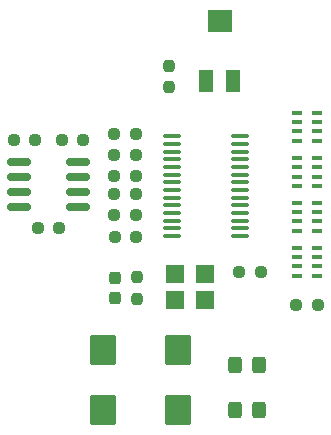
<source format=gbr>
G04 #@! TF.GenerationSoftware,KiCad,Pcbnew,7.0.6*
G04 #@! TF.CreationDate,2023-08-06T21:35:15+02:00*
G04 #@! TF.ProjectId,AD9744_Test,41443937-3434-45f5-9465-73742e6b6963,rev?*
G04 #@! TF.SameCoordinates,Original*
G04 #@! TF.FileFunction,Paste,Top*
G04 #@! TF.FilePolarity,Positive*
%FSLAX46Y46*%
G04 Gerber Fmt 4.6, Leading zero omitted, Abs format (unit mm)*
G04 Created by KiCad (PCBNEW 7.0.6) date 2023-08-06 21:35:15*
%MOMM*%
%LPD*%
G01*
G04 APERTURE LIST*
G04 Aperture macros list*
%AMRoundRect*
0 Rectangle with rounded corners*
0 $1 Rounding radius*
0 $2 $3 $4 $5 $6 $7 $8 $9 X,Y pos of 4 corners*
0 Add a 4 corners polygon primitive as box body*
4,1,4,$2,$3,$4,$5,$6,$7,$8,$9,$2,$3,0*
0 Add four circle primitives for the rounded corners*
1,1,$1+$1,$2,$3*
1,1,$1+$1,$4,$5*
1,1,$1+$1,$6,$7*
1,1,$1+$1,$8,$9*
0 Add four rect primitives between the rounded corners*
20,1,$1+$1,$2,$3,$4,$5,0*
20,1,$1+$1,$4,$5,$6,$7,0*
20,1,$1+$1,$6,$7,$8,$9,0*
20,1,$1+$1,$8,$9,$2,$3,0*%
G04 Aperture macros list end*
%ADD10RoundRect,0.250000X0.325000X0.450000X-0.325000X0.450000X-0.325000X-0.450000X0.325000X-0.450000X0*%
%ADD11RoundRect,0.237500X-0.250000X-0.237500X0.250000X-0.237500X0.250000X0.237500X-0.250000X0.237500X0*%
%ADD12R,0.900000X0.400000*%
%ADD13R,1.600000X1.500000*%
%ADD14RoundRect,0.237500X-0.237500X0.250000X-0.237500X-0.250000X0.237500X-0.250000X0.237500X0.250000X0*%
%ADD15RoundRect,0.237500X-0.237500X0.300000X-0.237500X-0.300000X0.237500X-0.300000X0.237500X0.300000X0*%
%ADD16RoundRect,0.237500X0.250000X0.237500X-0.250000X0.237500X-0.250000X-0.237500X0.250000X-0.237500X0*%
%ADD17RoundRect,0.250000X0.875000X1.025000X-0.875000X1.025000X-0.875000X-1.025000X0.875000X-1.025000X0*%
%ADD18R,1.300000X1.900000*%
%ADD19R,2.000000X1.900000*%
%ADD20RoundRect,0.150000X0.825000X0.150000X-0.825000X0.150000X-0.825000X-0.150000X0.825000X-0.150000X0*%
%ADD21RoundRect,0.100000X0.637500X0.100000X-0.637500X0.100000X-0.637500X-0.100000X0.637500X-0.100000X0*%
G04 APERTURE END LIST*
D10*
G04 #@! TO.C,FB2*
X139582000Y-115189000D03*
X137532000Y-115189000D03*
G04 #@! TD*
D11*
G04 #@! TO.C,R7*
X127334000Y-98679000D03*
X129159000Y-98679000D03*
G04 #@! TD*
D12*
G04 #@! TO.C,RN4*
X142763500Y-101473000D03*
X142763500Y-102273000D03*
X142763500Y-103073000D03*
X142763500Y-103873000D03*
X144463500Y-103873000D03*
X144463500Y-103073000D03*
X144463500Y-102273000D03*
X144463500Y-101473000D03*
G04 #@! TD*
D13*
G04 #@! TO.C,X1*
X132461000Y-105875000D03*
X135001000Y-105875000D03*
X135001000Y-103675000D03*
X132461000Y-103675000D03*
G04 #@! TD*
D11*
G04 #@! TO.C,R4*
X127334000Y-91821000D03*
X129159000Y-91821000D03*
G04 #@! TD*
D14*
G04 #@! TO.C,R6*
X131929500Y-86082500D03*
X131929500Y-87907500D03*
G04 #@! TD*
D15*
G04 #@! TO.C,C3*
X127381000Y-104039500D03*
X127381000Y-105764500D03*
G04 #@! TD*
D12*
G04 #@! TO.C,RN3*
X142763500Y-97663000D03*
X142763500Y-98463000D03*
X142763500Y-99263000D03*
X142763500Y-100063000D03*
X144463500Y-100063000D03*
X144463500Y-99263000D03*
X144463500Y-98463000D03*
X144463500Y-97663000D03*
G04 #@! TD*
D16*
G04 #@! TO.C,R8*
X129159000Y-93599000D03*
X127334000Y-93599000D03*
G04 #@! TD*
G04 #@! TO.C,R5*
X129182500Y-100584000D03*
X127357500Y-100584000D03*
G04 #@! TD*
G04 #@! TO.C,R11*
X120650000Y-92329000D03*
X118825000Y-92329000D03*
G04 #@! TD*
G04 #@! TO.C,R2*
X144549500Y-106299000D03*
X142724500Y-106299000D03*
G04 #@! TD*
D17*
G04 #@! TO.C,C4*
X132740000Y-110109000D03*
X126340000Y-110109000D03*
G04 #@! TD*
D12*
G04 #@! TO.C,RN2*
X142763500Y-93872000D03*
X142763500Y-94672000D03*
X142763500Y-95472000D03*
X142763500Y-96272000D03*
X144463500Y-96272000D03*
X144463500Y-95472000D03*
X144463500Y-94672000D03*
X144463500Y-93872000D03*
G04 #@! TD*
D18*
G04 #@! TO.C,RV1*
X135097500Y-87386000D03*
D19*
X136247500Y-82286000D03*
D18*
X137397500Y-87386000D03*
G04 #@! TD*
D10*
G04 #@! TO.C,FB1*
X139582000Y-111379000D03*
X137532000Y-111379000D03*
G04 #@! TD*
D14*
G04 #@! TO.C,R1*
X129286000Y-103989500D03*
X129286000Y-105814500D03*
G04 #@! TD*
D16*
G04 #@! TO.C,R10*
X129159000Y-95377000D03*
X127334000Y-95377000D03*
G04 #@! TD*
G04 #@! TO.C,R9*
X129159000Y-96901000D03*
X127334000Y-96901000D03*
G04 #@! TD*
G04 #@! TO.C,R3*
X139723500Y-103505000D03*
X137898500Y-103505000D03*
G04 #@! TD*
D20*
G04 #@! TO.C,U2*
X124244500Y-98044000D03*
X124244500Y-96774000D03*
X124244500Y-95504000D03*
X124244500Y-94234000D03*
X119294500Y-94234000D03*
X119294500Y-95504000D03*
X119294500Y-96774000D03*
X119294500Y-98044000D03*
G04 #@! TD*
D11*
G04 #@! TO.C,R12*
X122889000Y-92329000D03*
X124714000Y-92329000D03*
G04 #@! TD*
D12*
G04 #@! TO.C,RN1*
X142763500Y-90043000D03*
X142763500Y-90843000D03*
X142763500Y-91643000D03*
X142763500Y-92443000D03*
X144463500Y-92443000D03*
X144463500Y-91643000D03*
X144463500Y-90843000D03*
X144463500Y-90043000D03*
G04 #@! TD*
D21*
G04 #@! TO.C,U1*
X137967000Y-100491000D03*
X137967000Y-99841000D03*
X137967000Y-99191000D03*
X137967000Y-98541000D03*
X137967000Y-97891000D03*
X137967000Y-97241000D03*
X137967000Y-96591000D03*
X137967000Y-95941000D03*
X137967000Y-95291000D03*
X137967000Y-94641000D03*
X137967000Y-93991000D03*
X137967000Y-93341000D03*
X137967000Y-92691000D03*
X137967000Y-92041000D03*
X132242000Y-92041000D03*
X132242000Y-92691000D03*
X132242000Y-93341000D03*
X132242000Y-93991000D03*
X132242000Y-94641000D03*
X132242000Y-95291000D03*
X132242000Y-95941000D03*
X132242000Y-96591000D03*
X132242000Y-97241000D03*
X132242000Y-97891000D03*
X132242000Y-98541000D03*
X132242000Y-99191000D03*
X132242000Y-99841000D03*
X132242000Y-100491000D03*
G04 #@! TD*
D16*
G04 #@! TO.C,R13*
X122682000Y-99822000D03*
X120857000Y-99822000D03*
G04 #@! TD*
D17*
G04 #@! TO.C,C6*
X132740000Y-115189000D03*
X126340000Y-115189000D03*
G04 #@! TD*
M02*

</source>
